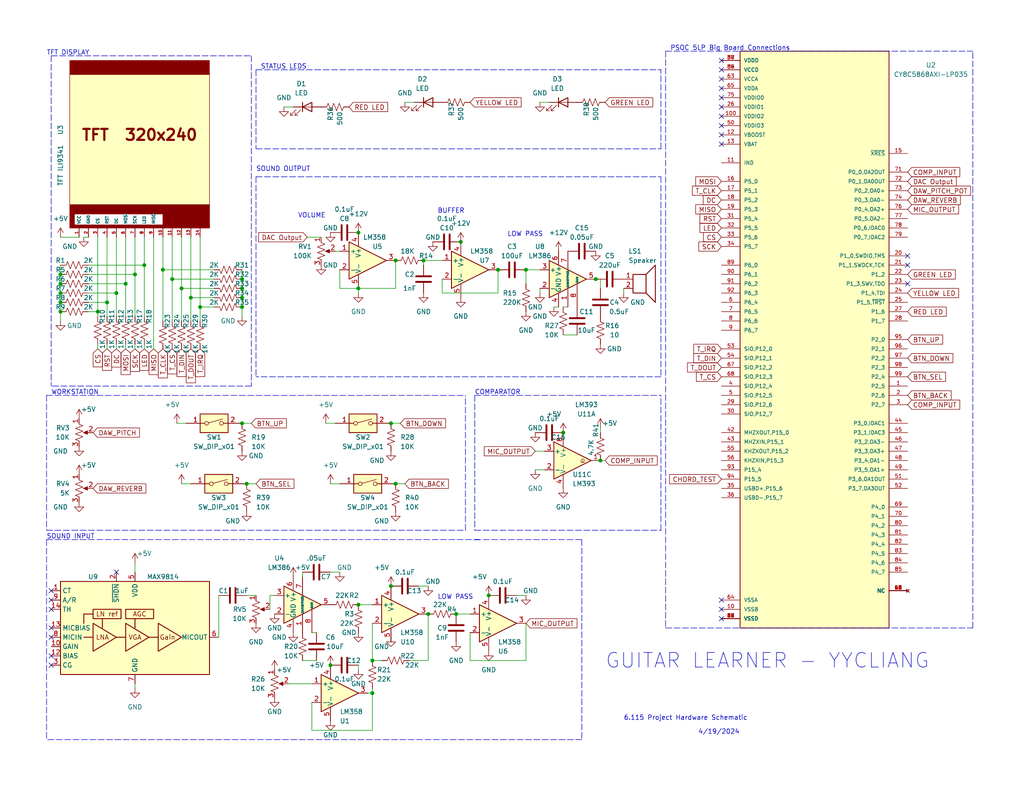
<source format=kicad_sch>
(kicad_sch (version 20211123) (generator eeschema)
  (paper "USLetter")
  (lib_symbols
    (symbol "Amplifier_Audio:LM386" (pin_names (offset 0.127))
      (property "Reference" "U" (at 1.27 7.62 0))
      (property "Value" "LM386" (at 1.27 5.08 0))
      (symbol "LM386_1_1"
        (pin input line (at 0 -7.62 90) (length 5.08) (name "GAIN") (number "1"))
        (pin input line (at -7.62 -2.54 0) (length 2.54) (name "-") (number "2"))
        (pin input line (at -7.62 2.54 0) (length 2.54) (name "+") (number "3"))
        (pin power_in line (at -2.54 -7.62 90) (length 3.81) (name "GND") (number "4"))
        (pin output line (at 7.62 0 180) (length 2.54) (name "~") (number "5"))
        (pin power_in line (at -2.54 7.62 270) (length 3.81) (name "V+") (number "6"))
        (pin input line (at 0 7.62 270) (length 5.08) (name "BYPASS") (number "7"))
        (pin input line (at 2.54 -7.62 90) (length 6.35) (name "GAIN") (number "8"))
      )
    )
    (symbol "Amplifier_Audio:MAX9814"
      (property "Reference" "U" (at -20.32 13.97 0))
      (property "Value" "MAX9814" (at 11.43 13.97 0))
      (symbol "MAX9814_0_0"
        (text "AGC" (at 1.27 3.81 0) (effects (font (size 1.27 1.27))))
        (text "Gain" (at 8.89 -2.54 0) (effects (font (size 1.27 1.27))))
        (text "LN ref" (at -7.62 3.81 0) (effects (font (size 1.27 1.27))))
        (text "LNA" (at -8.89 -2.54 0) (effects (font (size 1.27 1.27))))
        (text "VGA" (at 0 -2.54 0) (effects (font (size 1.27 1.27))))
      )
      (symbol "MAX9814_1_1"
        (pin input line (at -22.86 10.16 0) (length 2.54) (name "CT") (number "1"))
        (pin input line (at -22.86 -5.08 0) (length 2.54) (name "GAIN") (number "10"))
        (pin passive line (at 0 -15.24 90) (length 2.54) hide (name "GND") (number "11"))
        (pin passive line (at -22.86 -7.62 0) (length 2.54) (name "BIAS") (number "12"))
        (pin output line (at -22.86 0 0) (length 2.54) (name "MICBIAS") (number "13"))
        (pin input line (at -22.86 5.08 0) (length 2.54) (name "TH") (number "14"))
        (pin passive line (at 0 -15.24 90) (length 2.54) hide (name "GND") (number "15"))
        (pin input line (at -5.08 15.24 270) (length 2.54) (name "~{SHDN}") (number "2"))
        (pin passive line (at -22.86 -10.16 0) (length 2.54) (name "CG") (number "3"))
        (pin passive line (at 0 -15.24 90) (length 2.54) hide (name "GND") (number "4"))
        (pin power_in line (at 0 15.24 270) (length 2.54) (name "VDD") (number "5"))
        (pin output line (at 22.86 -2.54 180) (length 2.54) (name "MICOUT") (number "6"))
        (pin power_in line (at 0 -15.24 90) (length 2.54) (name "GND") (number "7"))
        (pin input line (at -22.86 -2.54 0) (length 2.54) (name "MICIN") (number "8"))
        (pin input line (at -22.86 7.62 0) (length 2.54) (name "A/R") (number "9"))
      )
    )
    (symbol "Comparator:LM393" (pin_names (offset 0.127))
      (property "Reference" "U" (at 3.81 3.81 0))
      (property "Value" "LM393" (at 6.35 -3.81 0))
      (symbol "LM393_1_1"
        (pin open_collector line (at 7.62 0 180) (length 2.54) (name "~") (number "1"))
        (pin input line (at -7.62 -2.54 0) (length 2.54) (name "-") (number "2"))
        (pin input line (at -7.62 2.54 0) (length 2.54) (name "+") (number "3"))
      )
      (symbol "LM393_2_1"
        (pin input line (at -7.62 2.54 0) (length 2.54) (name "+") (number "5"))
        (pin input line (at -7.62 -2.54 0) (length 2.54) (name "_") (number "6"))
        (pin open_collector line (at 7.62 0 180) (length 2.54) (name "~") (number "7"))
      )
      (symbol "LM393_3_1"
        (pin power_in line (at -2.54 -7.62 90) (length 3.81) (name "V-") (number "4"))
        (pin power_in line (at -2.54 7.62 270) (length 3.81) (name "V+") (number "8"))
      )
    )
    (symbol "Device:C" (pin_numbers hide) (pin_names (offset 0.254))
      (property "Reference" "C" (at 0.635 2.54 0))
      (property "Value" "C" (at 0.635 -2.54 0))
      (symbol "C_1_1"
        (pin passive line (at 0 3.81 270) (length 2.794) (name "~") (number "1"))
        (pin passive line (at 0 -3.81 90) (length 2.794) (name "~") (number "2"))
      )
    )
    (symbol "Device:LED" (pin_numbers hide) (pin_names (offset 1.016) hide)
      (property "Reference" "D" (at 0 2.54 0))
      (property "Value" "LED" (at 0 -2.54 0))
      (symbol "LED_1_1"
        (pin passive line (at -3.81 0 0) (length 2.54) (name "K") (number "1"))
        (pin passive line (at 3.81 0 180) (length 2.54) (name "A") (number "2"))
      )
    )
    (symbol "Device:R_Potentiometer_US" (pin_names (offset 1.016) hide)
      (property "Reference" "RV" (at -4.445 0 90))
      (property "Value" "R_Potentiometer_US" (at -2.54 0 90))
      (symbol "R_Potentiometer_US_1_1"
        (pin passive line (at 0 3.81 270) (length 1.27) (name "1") (number "1"))
        (pin passive line (at 3.81 0 180) (length 1.27) (name "2") (number "2"))
        (pin passive line (at 0 -3.81 90) (length 1.27) (name "3") (number "3"))
      )
    )
    (symbol "Device:R_US" (pin_numbers hide) (pin_names (offset 0))
      (property "Reference" "R" (at 2.54 0 90))
      (property "Value" "R_US" (at -2.54 0 90))
      (symbol "R_US_1_1"
        (pin passive line (at 0 3.81 270) (length 1.27) (name "~") (number "1"))
        (pin passive line (at 0 -3.81 90) (length 1.27) (name "~") (number "2"))
      )
    )
    (symbol "Device:Speaker" (pin_names (offset 0) hide)
      (property "Reference" "LS" (at 1.27 5.715 0))
      (property "Value" "Speaker" (at 1.27 3.81 0))
      (symbol "Speaker_1_1"
        (pin input line (at -5.08 0 0) (length 2.54) (name "1") (number "1"))
        (pin input line (at -5.08 -2.54 0) (length 2.54) (name "2") (number "2"))
      )
    )
    (symbol "PSOC_5LP:CY8C5868AXI-LP035" (pin_names (offset 1.016))
      (property "Reference" "U" (at -20.32 80.01 0))
      (property "Value" "CY8C5868AXI-LP035" (at -20.32 -81.28 0))
      (symbol "CY8C5868AXI-LP035_0_0"
        (pin bidirectional line (at -25.4 -12.7 0) (length 5.08) (name "P2_5") (number "1"))
        (pin power_in line (at 25.4 -73.66 180) (length 5.08) (name "VSSB") (number "10"))
        (pin power_in line (at 25.4 60.96 180) (length 5.08) (name "VDDIO2") (number "100"))
        (pin passive line (at 25.4 48.26 180) (length 5.08) (name "IND") (number "11"))
        (pin power_in line (at 25.4 55.88 180) (length 5.08) (name "VBOOST") (number "12"))
        (pin power_in line (at 25.4 53.34 180) (length 5.08) (name "VBAT") (number "13"))
        (pin power_in line (at 25.4 -76.2 180) (length 5.08) (name "VSSD") (number "14"))
        (pin input line (at -25.4 50.8 0) (length 5.08) (name "~{XRES}") (number "15"))
        (pin bidirectional line (at 25.4 43.18 180) (length 5.08) (name "P5_0") (number "16"))
        (pin bidirectional line (at 25.4 40.64 180) (length 5.08) (name "P5_1") (number "17"))
        (pin bidirectional line (at 25.4 38.1 180) (length 5.08) (name "P5_2") (number "18"))
        (pin bidirectional line (at 25.4 35.56 180) (length 5.08) (name "P5_3") (number "19"))
        (pin bidirectional line (at -25.4 -15.24 0) (length 5.08) (name "P2_6") (number "2"))
        (pin bidirectional line (at -25.4 22.86 0) (length 5.08) (name "P1_0,SWDIO,TMS") (number "20"))
        (pin bidirectional line (at -25.4 20.32 0) (length 5.08) (name "P1_1,SWDCK,TCK") (number "21"))
        (pin bidirectional line (at -25.4 17.78 0) (length 5.08) (name "P1_2") (number "22"))
        (pin bidirectional line (at -25.4 15.24 0) (length 5.08) (name "P1_3,SWV,TDO") (number "23"))
        (pin bidirectional line (at -25.4 12.7 0) (length 5.08) (name "P1_4,TDI") (number "24"))
        (pin bidirectional line (at -25.4 10.16 0) (length 5.08) (name "P1_5,~{TRST}") (number "25"))
        (pin power_in line (at 25.4 63.5 180) (length 5.08) (name "VDDIO1") (number "26"))
        (pin bidirectional line (at -25.4 7.62 0) (length 5.08) (name "P1_6") (number "27"))
        (pin bidirectional line (at -25.4 5.08 0) (length 5.08) (name "P1_7") (number "28"))
        (pin bidirectional line (at 25.4 -17.78 180) (length 5.08) (name "SIO,P12_6") (number "29"))
        (pin bidirectional line (at -25.4 -17.78 0) (length 5.08) (name "P2_7") (number "3"))
        (pin bidirectional line (at 25.4 -20.32 180) (length 5.08) (name "SIO,P12_7") (number "30"))
        (pin bidirectional line (at 25.4 33.02 180) (length 5.08) (name "P5_4") (number "31"))
        (pin bidirectional line (at 25.4 30.48 180) (length 5.08) (name "P5_5") (number "32"))
        (pin bidirectional line (at 25.4 27.94 180) (length 5.08) (name "P5_6") (number "33"))
        (pin bidirectional line (at 25.4 25.4 180) (length 5.08) (name "P5_7") (number "34"))
        (pin bidirectional line (at 25.4 -40.64 180) (length 5.08) (name "USBD+,P15_6") (number "35"))
        (pin bidirectional line (at 25.4 -43.18 180) (length 5.08) (name "USBD-,P15_7") (number "36"))
        (pin power_in line (at 25.4 76.2 180) (length 5.08) (name "VDDD") (number "37"))
        (pin power_in line (at 25.4 -76.2 180) (length 5.08) (name "VSSD") (number "38"))
        (pin power_in line (at 25.4 73.66 180) (length 5.08) (name "VCCD") (number "39"))
        (pin bidirectional line (at 25.4 -12.7 180) (length 5.08) (name "SIO,P12_4") (number "4"))
        (pin no_connect line (at -25.4 -68.58 0) (length 5.08) (name "NC") (number "40"))
        (pin no_connect line (at -25.4 -68.58 0) (length 5.08) (name "NC") (number "41"))
        (pin bidirectional line (at 25.4 -25.4 180) (length 5.08) (name "MHZXOUT,P15_0") (number "42"))
        (pin bidirectional line (at 25.4 -27.94 180) (length 5.08) (name "MHZXIN,P15_1") (number "43"))
        (pin bidirectional line (at -25.4 -22.86 0) (length 5.08) (name "P3_0,IDAC1") (number "44"))
        (pin bidirectional line (at -25.4 -25.4 0) (length 5.08) (name "P3_1,IDAC3") (number "45"))
        (pin bidirectional line (at -25.4 -27.94 0) (length 5.08) (name "P3_2,OA3-") (number "46"))
        (pin bidirectional line (at -25.4 -30.48 0) (length 5.08) (name "P3_3,OA3+") (number "47"))
        (pin bidirectional line (at -25.4 -33.02 0) (length 5.08) (name "P3_4,OA1-") (number "48"))
        (pin bidirectional line (at -25.4 -35.56 0) (length 5.08) (name "P3_5,OA1+") (number "49"))
        (pin bidirectional line (at 25.4 -15.24 180) (length 5.08) (name "SIO,P12_5") (number "5"))
        (pin power_in line (at 25.4 58.42 180) (length 5.08) (name "VDDIO3") (number "50"))
        (pin bidirectional line (at -25.4 -38.1 0) (length 5.08) (name "P3_6,OA1OUT") (number "51"))
        (pin bidirectional line (at -25.4 -40.64 0) (length 5.08) (name "P3_7,OA3OUT") (number "52"))
        (pin bidirectional line (at 25.4 -2.54 180) (length 5.08) (name "SIO,P12_0") (number "53"))
        (pin bidirectional line (at 25.4 -5.08 180) (length 5.08) (name "SIO,P12_1") (number "54"))
        (pin bidirectional line (at 25.4 -30.48 180) (length 5.08) (name "KHZXOUT,P15_2") (number "55"))
        (pin bidirectional line (at 25.4 -33.02 180) (length 5.08) (name "KHZXIN,P15_3") (number "56"))
        (pin no_connect line (at -25.4 -68.58 0) (length 5.08) (name "NC") (number "57"))
        (pin no_connect line (at -25.4 -68.58 0) (length 5.08) (name "NC") (number "58"))
        (pin no_connect line (at -25.4 -68.58 0) (length 5.08) (name "NC") (number "59"))
        (pin bidirectional line (at 25.4 10.16 180) (length 5.08) (name "P6_4") (number "6"))
        (pin no_connect line (at -25.4 -68.58 0) (length 5.08) (name "NC") (number "60"))
        (pin no_connect line (at -25.4 -68.58 0) (length 5.08) (name "NC") (number "61"))
        (pin no_connect line (at -25.4 -68.58 0) (length 5.08) (name "NC") (number "62"))
        (pin power_in line (at 25.4 71.12 180) (length 5.08) (name "VCCA") (number "63"))
        (pin power_in line (at 25.4 -71.12 180) (length 5.08) (name "VSSA") (number "64"))
        (pin power_in line (at 25.4 68.58 180) (length 5.08) (name "VDDA") (number "65"))
        (pin power_in line (at 25.4 -76.2 180) (length 5.08) (name "VSSD") (number "66"))
        (pin bidirectional line (at 25.4 -7.62 180) (length 5.08) (name "SIO,P12_2") (number "67"))
        (pin bidirectional line (at 25.4 -10.16 180) (length 5.08) (name "SIO,P12_3") (number "68"))
        (pin bidirectional line (at -25.4 -45.72 0) (length 5.08) (name "P4_0") (number "69"))
        (pin bidirectional line (at 25.4 7.62 180) (length 5.08) (name "P6_5") (number "7"))
        (pin bidirectional line (at -25.4 -48.26 0) (length 5.08) (name "P4_1") (number "70"))
        (pin bidirectional line (at -25.4 45.72 0) (length 5.08) (name "P0_0,OA2OUT") (number "71"))
        (pin bidirectional line (at -25.4 43.18 0) (length 5.08) (name "P0_1,OA0OUT") (number "72"))
        (pin bidirectional line (at -25.4 40.64 0) (length 5.08) (name "P0_2,OA0+") (number "73"))
        (pin bidirectional line (at -25.4 38.1 0) (length 5.08) (name "P0_3,OA0-") (number "74"))
        (pin power_in line (at 25.4 66.04 180) (length 5.08) (name "VDDIO0") (number "75"))
        (pin bidirectional line (at -25.4 35.56 0) (length 5.08) (name "P0_4,OA2+") (number "76"))
        (pin bidirectional line (at -25.4 33.02 0) (length 5.08) (name "P0_5,OA2-") (number "77"))
        (pin bidirectional line (at -25.4 30.48 0) (length 5.08) (name "P0_6,IDAC0") (number "78"))
        (pin bidirectional line (at -25.4 27.94 0) (length 5.08) (name "P0_7,IDAC2") (number "79"))
        (pin bidirectional line (at 25.4 5.08 180) (length 5.08) (name "P6_6") (number "8"))
        (pin bidirectional line (at -25.4 -50.8 0) (length 5.08) (name "P4_2") (number "80"))
        (pin bidirectional line (at -25.4 -53.34 0) (length 5.08) (name "P4_3") (number "81"))
        (pin bidirectional line (at -25.4 -55.88 0) (length 5.08) (name "P4_4") (number "82"))
        (pin bidirectional line (at -25.4 -58.42 0) (length 5.08) (name "P4_5") (number "83"))
        (pin bidirectional line (at -25.4 -60.96 0) (length 5.08) (name "P4_6") (number "84"))
        (pin bidirectional line (at -25.4 -63.5 0) (length 5.08) (name "P4_7") (number "85"))
        (pin power_in line (at 25.4 73.66 180) (length 5.08) (name "VCCD") (number "86"))
        (pin power_in line (at 25.4 -76.2 180) (length 5.08) (name "VSSD") (number "87"))
        (pin power_in line (at 25.4 76.2 180) (length 5.08) (name "VDDD") (number "88"))
        (pin bidirectional line (at 25.4 20.32 180) (length 5.08) (name "P6_0") (number "89"))
        (pin bidirectional line (at 25.4 2.54 180) (length 5.08) (name "P6_7") (number "9"))
        (pin bidirectional line (at 25.4 17.78 180) (length 5.08) (name "P6_1") (number "90"))
        (pin bidirectional line (at 25.4 15.24 180) (length 5.08) (name "P6_2") (number "91"))
        (pin bidirectional line (at 25.4 12.7 180) (length 5.08) (name "P6_3") (number "92"))
        (pin bidirectional line (at 25.4 -35.56 180) (length 5.08) (name "P15_4") (number "93"))
        (pin bidirectional line (at 25.4 -38.1 180) (length 5.08) (name "P15_5") (number "94"))
        (pin bidirectional line (at -25.4 0 0) (length 5.08) (name "P2_0") (number "95"))
        (pin bidirectional line (at -25.4 -2.54 0) (length 5.08) (name "P2_1") (number "96"))
        (pin bidirectional line (at -25.4 -5.08 0) (length 5.08) (name "P2_2") (number "97"))
        (pin bidirectional line (at -25.4 -7.62 0) (length 5.08) (name "P2_3") (number "98"))
        (pin bidirectional line (at -25.4 -10.16 0) (length 5.08) (name "P2_4") (number "99"))
      )
    )
    (symbol "Switch:SW_DIP_x01" (pin_names (offset 0) hide)
      (property "Reference" "SW" (at 0 3.81 0))
      (property "Value" "SW_DIP_x01" (at 0 -3.81 0))
      (symbol "SW_DIP_x01_1_1"
        (pin passive line (at -7.62 0 0) (length 5.08) (name "~") (number "1"))
        (pin passive line (at 7.62 0 180) (length 5.08) (name "~") (number "2"))
      )
    )
    (symbol "power:+12V" (power) (pin_names (offset 0))
      (property "Value" "+12V" (at 0 3.556 0))
      (symbol "+12V_1_1"
        (pin power_in line (at 0 0 90) (length 0) hide (name "+12V") (number "1"))
      )
    )
    (symbol "power:+5V" (power) (pin_names (offset 0))
      (property "Value" "+5V" (at 0 3.556 0))
      (symbol "+5V_1_1"
        (pin power_in line (at 0 0 90) (length 0) hide (name "+5V") (number "1"))
      )
    )
    (symbol "power:GND" (power) (pin_names (offset 0))
      (property "Value" "GND" (at 0 -3.81 0))
      (symbol "GND_1_1"
        (pin power_in line (at 0 0 270) (length 0) hide (name "GND") (number "1"))
      )
    )
    (symbol "pspice:OPAMP" (pin_names (offset 0.254))
      (property "Reference" "U" (at 3.81 3.175 0))
      (property "Value" "OPAMP" (at 3.81 -3.175 0))
      (symbol "OPAMP_1_1"
        (pin input line (at -7.62 2.54 0) (length 2.54) (name "+") (number "1"))
        (pin input line (at -7.62 -2.54 0) (length 2.54) (name "-") (number "2"))
        (pin output line (at 7.62 0 180) (length 2.54) (name "~") (number "3"))
        (pin power_in line (at -2.54 7.62 270) (length 3.81) (name "V+") (number "4"))
        (pin power_in line (at -2.54 -7.62 90) (length 3.81) (name "V-") (number "5"))
      )
    )
    (symbol "tft_320x240:TFT_320x240" (pin_names (offset 1.016))
      (property "Reference" "U?" (at 20.32 25.4001 0))
      (property "Value" "TFT_320x240" (at 20.32 22.8601 0))
      (property "Footprint" "z_Devices:TFT-320x240" (at 20.32 20.3201 0))
      (symbol "TFT_320x240_0_0"
        (text "TFT  320x240" (at 0 25.4 0) (effects (font (size 2.9972 2.9972) bold)))
      )
      (symbol "TFT_320x240_1_1"
        (pin power_in line (at -16.51 -2.54 90) (length 2.54) (name "VCC") (number "1"))
        (pin bidirectional line (at 6.35 -2.54 90) (length 2.54) (name "~") (number "10"))
        (pin bidirectional line (at 8.89 -2.54 90) (length 2.54) (name "~") (number "11"))
        (pin bidirectional line (at 11.43 -2.54 90) (length 2.54) (name "~") (number "12"))
        (pin bidirectional line (at 13.97 -2.54 90) (length 2.54) (name "~") (number "13"))
        (pin bidirectional line (at 16.51 -2.54 90) (length 2.54) (name "~") (number "14"))
        (pin bidirectional line (at -13.97 -2.54 90) (length 2.54) (name "GND") (number "2"))
        (pin bidirectional line (at -11.43 -2.54 90) (length 2.54) (name "CS") (number "3"))
        (pin bidirectional line (at -8.89 -2.54 90) (length 2.54) (name "RST") (number "4"))
        (pin bidirectional line (at -6.35 -2.54 90) (length 2.54) (name "DC") (number "5"))
        (pin bidirectional line (at -3.81 -2.54 90) (length 2.54) (name "MOSI") (number "6"))
        (pin bidirectional line (at -1.27 -2.54 90) (length 2.54) (name "SCK") (number "7"))
        (pin power_in line (at 1.27 -2.54 90) (length 2.54) (name "LED") (number "8"))
        (pin bidirectional line (at 3.81 -2.54 90) (length 2.54) (name "MISO") (number "9"))
      )
    )
  )
  (junction (at 135.89 73.66))
  (junction (at 16.51 82.55))
  (junction (at 52.07 81.28))
  (junction (at 16.51 77.47))
  (junction (at 66.04 78.74))
  (junction (at 125.73 66.04))
  (junction (at 97.79 165.1))
  (junction (at 34.29 77.47))
  (junction (at 54.61 83.82))
  (junction (at 106.68 160.02))
  (junction (at 16.51 80.01))
  (junction (at 124.46 167.64))
  (junction (at 101.6 189.23))
  (junction (at 49.53 78.74))
  (junction (at 46.99 76.2))
  (junction (at 36.83 74.93))
  (junction (at 66.04 81.28))
  (junction (at 143.51 73.66))
  (junction (at 39.37 72.39))
  (junction (at 66.04 83.82))
  (junction (at 31.75 80.01))
  (junction (at 115.57 71.12))
  (junction (at 163.83 125.73))
  (junction (at 153.67 118.11))
  (junction (at 162.56 76.2))
  (junction (at 97.79 78.74))
  (junction (at 16.51 85.09))
  (junction (at 66.04 115.57))
  (junction (at 107.95 71.12))
  (junction (at 90.17 181.61))
  (junction (at 97.79 63.5))
  (junction (at 116.84 167.64))
  (junction (at 106.68 115.57))
  (junction (at 107.95 132.08))
  (junction (at 101.6 180.34))
  (junction (at 133.35 162.56))
  (junction (at 44.45 73.66))
  (junction (at 67.31 132.08))
  (junction (at 29.21 82.55))
  (junction (at 26.67 85.09))
  (junction (at 16.51 74.93))
  (junction (at 66.04 76.2))
  (no_connect (at 196.85 29.21))
  (no_connect (at 247.65 72.39))
  (no_connect (at 196.85 26.67))
  (no_connect (at 196.85 39.37))
  (no_connect (at 196.85 19.05))
  (no_connect (at 196.85 16.51))
  (no_connect (at 196.85 36.83))
  (no_connect (at 31.75 156.21))
  (no_connect (at 196.85 163.83))
  (no_connect (at 196.85 168.91))
  (no_connect (at 247.65 77.47))
  (no_connect (at 196.85 166.37))
  (no_connect (at 196.85 21.59))
  (no_connect (at 196.85 24.13))
  (no_connect (at 247.65 69.85))
  (no_connect (at 196.85 34.29))
  (no_connect (at 196.85 31.75))
  (no_connect (at 13.97 161.29))
  (no_connect (at 13.97 181.61))
  (no_connect (at 13.97 163.83))
  (no_connect (at 13.97 166.37))
  (no_connect (at 13.97 171.45))
  (no_connect (at 13.97 173.99))
  (no_connect (at 13.97 179.07))
  (wire (pts (xy 66.04 73.66) (xy 66.04 76.2)))
  (wire (pts (xy 29.21 64.77) (xy 29.21 82.55)))
  (wire (pts (xy 31.75 95.25) (xy 31.75 93.98)))
  (wire (pts (xy 163.83 78.74) (xy 163.83 76.2)))
  (wire (pts (xy 68.58 115.57) (xy 66.04 115.57)))
  (wire (pts (xy 78.74 186.69) (xy 85.09 186.69)))
  (wire (pts (xy 31.75 86.36) (xy 31.75 80.01)))
  (wire (pts (xy 16.51 64.77) (xy 21.59 64.77)))
  (wire (pts (xy 54.61 64.77) (xy 54.61 83.82)))
  (wire (pts (xy 101.6 189.23) (xy 100.33 189.23)))
  (wire (pts (xy 101.6 180.34) (xy 104.14 180.34)))
  (polyline (pts (xy 68.58 15.24) (xy 68.58 105.41)))
  (polyline (pts (xy 130.81 147.32) (xy 129.54 147.32)))
  (wire (pts (xy 92.71 78.74) (xy 97.79 78.74)))
  (wire (pts (xy 77.47 29.21) (xy 80.01 29.21)))
  (wire (pts (xy 16.51 85.09) (xy 16.51 87.63)))
  (polyline (pts (xy 69.85 48.26) (xy 180.34 48.26)))
  (wire (pts (xy 39.37 72.39) (xy 24.13 72.39)))
  (wire (pts (xy 143.51 77.47) (xy 143.51 73.66)))
  (wire (pts (xy 85.09 191.77) (xy 85.09 199.39)))
  (wire (pts (xy 116.84 180.34) (xy 116.84 167.64)))
  (wire (pts (xy 143.51 162.56) (xy 140.97 162.56)))
  (wire (pts (xy 46.99 76.2) (xy 46.99 87.63)))
  (polyline (pts (xy 12.7 147.32) (xy 130.81 147.32)))
  (polyline (pts (xy 12.7 144.78) (xy 127 144.78)))
  (wire (pts (xy 29.21 95.25) (xy 29.21 93.98)))
  (wire (pts (xy 101.6 170.18) (xy 101.6 180.34)))
  (wire (pts (xy 101.6 187.96) (xy 101.6 189.23)))
  (wire (pts (xy 26.67 85.09) (xy 24.13 85.09)))
  (wire (pts (xy 120.65 80.01) (xy 135.89 80.01)))
  (wire (pts (xy 66.04 83.82) (xy 66.04 86.36)))
  (wire (pts (xy 163.83 116.84) (xy 163.83 118.11)))
  (wire (pts (xy 34.29 64.77) (xy 34.29 77.47)))
  (wire (pts (xy 41.91 64.77) (xy 41.91 95.25)))
  (wire (pts (xy 44.45 73.66) (xy 58.42 73.66)))
  (polyline (pts (xy 69.85 48.26) (xy 69.85 102.87)))
  (wire (pts (xy 48.26 115.57) (xy 50.8 115.57)))
  (wire (pts (xy 101.6 199.39) (xy 101.6 189.23)))
  (polyline (pts (xy 13.97 15.24) (xy 13.97 105.41)))
  (polyline (pts (xy 158.75 201.93) (xy 12.7 201.93)))
  (wire (pts (xy 39.37 95.25) (xy 39.37 93.98)))
  (wire (pts (xy 170.18 80.01) (xy 170.18 78.74)))
  (wire (pts (xy 91.44 68.58) (xy 92.71 68.58)))
  (wire (pts (xy 16.51 77.47) (xy 16.51 80.01)))
  (polyline (pts (xy 181.61 13.97) (xy 265.43 13.97)))
  (wire (pts (xy 46.99 76.2) (xy 58.42 76.2)))
  (wire (pts (xy 31.75 80.01) (xy 24.13 80.01)))
  (wire (pts (xy 29.21 86.36) (xy 29.21 82.55)))
  (wire (pts (xy 97.79 78.74) (xy 107.95 78.74)))
  (polyline (pts (xy 265.43 171.45) (xy 265.43 13.97)))
  (wire (pts (xy 67.31 132.08) (xy 69.85 132.08)))
  (polyline (pts (xy 129.54 147.32) (xy 158.75 147.32)))
  (wire (pts (xy 52.07 81.28) (xy 58.42 81.28)))
  (wire (pts (xy 107.95 132.08) (xy 110.49 132.08)))
  (polyline (pts (xy 181.61 171.45) (xy 265.43 171.45)))
  (wire (pts (xy 163.83 76.2) (xy 162.56 76.2)))
  (wire (pts (xy 36.83 153.67) (xy 36.83 156.21)))
  (polyline (pts (xy 158.75 147.32) (xy 158.75 170.18)))
  (wire (pts (xy 54.61 83.82) (xy 58.42 83.82)))
  (wire (pts (xy 82.55 156.21) (xy 82.55 157.48)))
  (wire (pts (xy 116.84 180.34) (xy 111.76 180.34)))
  (polyline (pts (xy 12.7 147.32) (xy 12.7 201.93)))
  (wire (pts (xy 49.53 78.74) (xy 49.53 87.63)))
  (wire (pts (xy 16.51 74.93) (xy 16.51 77.47)))
  (wire (pts (xy 147.32 78.74) (xy 147.32 80.01)))
  (wire (pts (xy 147.32 27.94) (xy 149.86 27.94)))
  (polyline (pts (xy 180.34 102.87) (xy 69.85 102.87)))
  (wire (pts (xy 16.51 80.01) (xy 16.51 82.55)))
  (wire (pts (xy 120.65 76.2) (xy 120.65 80.01)))
  (wire (pts (xy 73.66 162.56) (xy 74.93 162.56)))
  (wire (pts (xy 54.61 83.82) (xy 54.61 87.63)))
  (wire (pts (xy 39.37 86.36) (xy 39.37 72.39)))
  (wire (pts (xy 39.37 64.77) (xy 39.37 72.39)))
  (wire (pts (xy 128.27 172.72) (xy 128.27 180.34)))
  (polyline (pts (xy 180.34 48.26) (xy 180.34 102.87)))
  (wire (pts (xy 115.57 71.12) (xy 120.65 71.12)))
  (wire (pts (xy 97.79 80.01) (xy 97.79 78.74)))
  (wire (pts (xy 67.31 162.56) (xy 69.85 162.56)))
  (wire (pts (xy 106.68 115.57) (xy 109.22 115.57)))
  (wire (pts (xy 34.29 86.36) (xy 34.29 77.47)))
  (wire (pts (xy 29.21 82.55) (xy 24.13 82.55)))
  (wire (pts (xy 31.75 64.77) (xy 31.75 80.01)))
  (polyline (pts (xy 127 144.78) (xy 127 107.95)))
  (polyline (pts (xy 69.85 40.64) (xy 180.34 40.64)))
  (wire (pts (xy 52.07 81.28) (xy 52.07 87.63)))
  (wire (pts (xy 106.68 173.99) (xy 106.68 175.26)))
  (wire (pts (xy 26.67 64.77) (xy 26.67 85.09)))
  (wire (pts (xy 26.67 95.25) (xy 26.67 93.98)))
  (wire (pts (xy 36.83 74.93) (xy 24.13 74.93)))
  (wire (pts (xy 16.51 72.39) (xy 16.51 74.93)))
  (wire (pts (xy 151.13 83.82) (xy 152.4 83.82)))
  (wire (pts (xy 153.67 91.44) (xy 157.48 91.44)))
  (polyline (pts (xy 12.7 107.95) (xy 127 107.95)))
  (wire (pts (xy 83.82 64.77) (xy 87.63 64.77)))
  (wire (pts (xy 143.51 73.66) (xy 147.32 73.66)))
  (wire (pts (xy 143.51 180.34) (xy 143.51 170.18)))
  (wire (pts (xy 88.9 115.57) (xy 91.44 115.57)))
  (wire (pts (xy 90.17 132.08) (xy 92.71 132.08)))
  (wire (pts (xy 148.59 128.27) (xy 146.05 128.27)))
  (polyline (pts (xy 13.97 15.24) (xy 68.58 15.24)))
  (wire (pts (xy 49.53 64.77) (xy 49.53 78.74)))
  (wire (pts (xy 44.45 73.66) (xy 44.45 87.63)))
  (wire (pts (xy 49.53 132.08) (xy 52.07 132.08)))
  (polyline (pts (xy 129.54 107.95) (xy 129.54 144.78)))
  (wire (pts (xy 97.79 181.61) (xy 97.79 182.88)))
  (polyline (pts (xy 12.7 107.95) (xy 12.7 144.78)))
  (wire (pts (xy 97.79 165.1) (xy 101.6 165.1)))
  (wire (pts (xy 135.89 80.01) (xy 135.89 73.66)))
  (wire (pts (xy 66.04 76.2) (xy 66.04 78.74)))
  (wire (pts (xy 66.04 78.74) (xy 66.04 81.28)))
  (polyline (pts (xy 180.34 144.78) (xy 180.34 107.95)))
  (wire (pts (xy 36.83 86.36) (xy 36.83 74.93)))
  (wire (pts (xy 92.71 156.21) (xy 90.17 156.21)))
  (wire (pts (xy 36.83 64.77) (xy 36.83 74.93)))
  (polyline (pts (xy 181.61 13.97) (xy 181.61 171.45)))
  (wire (pts (xy 59.69 162.56) (xy 59.69 173.99)))
  (wire (pts (xy 16.51 82.55) (xy 16.51 85.09)))
  (wire (pts (xy 82.55 180.34) (xy 86.36 180.34)))
  (wire (pts (xy 36.83 95.25) (xy 36.83 93.98)))
  (wire (pts (xy 128.27 180.34) (xy 143.51 180.34)))
  (wire (pts (xy 110.49 27.94) (xy 113.03 27.94)))
  (wire (pts (xy 46.99 64.77) (xy 46.99 76.2)))
  (wire (pts (xy 165.1 125.73) (xy 163.83 125.73)))
  (wire (pts (xy 49.53 78.74) (xy 58.42 78.74)))
  (wire (pts (xy 124.46 167.64) (xy 128.27 167.64)))
  (wire (pts (xy 116.84 160.02) (xy 114.3 160.02)))
  (wire (pts (xy 22.86 64.77) (xy 24.13 64.77)))
  (polyline (pts (xy 129.54 107.95) (xy 180.34 107.95)))
  (polyline (pts (xy 69.85 19.05) (xy 69.85 40.64)))
  (polyline (pts (xy 68.58 105.41) (xy 13.97 105.41)))
  (wire (pts (xy 86.36 172.72) (xy 85.09 172.72)))
  (polyline (pts (xy 129.54 144.78) (xy 180.34 144.78)))
  (polyline (pts (xy 158.75 170.18) (xy 158.75 201.93)))
  (polyline (pts (xy 69.85 19.05) (xy 180.34 19.05)))
  (wire (pts (xy 34.29 77.47) (xy 24.13 77.47)))
  (wire (pts (xy 153.67 83.82) (xy 154.94 83.82)))
  (wire (pts (xy 26.67 86.36) (xy 26.67 85.09)))
  (polyline (pts (xy 158.75 170.18) (xy 158.75 170.18)))
  (wire (pts (xy 85.09 199.39) (xy 101.6 199.39)))
  (wire (pts (xy 66.04 81.28) (xy 66.04 83.82)))
  (wire (pts (xy 115.57 72.39) (xy 115.57 71.12)))
  (wire (pts (xy 92.71 73.66) (xy 92.71 78.74)))
  (wire (pts (xy 36.83 186.69) (xy 36.83 187.96)))
  (wire (pts (xy 73.66 166.37) (xy 73.66 162.56)))
  (wire (pts (xy 52.07 64.77) (xy 52.07 81.28)))
  (wire (pts (xy 34.29 95.25) (xy 34.29 93.98)))
  (polyline (pts (xy 180.34 40.64) (xy 180.34 19.05)))
  (wire (pts (xy 146.05 123.19) (xy 148.59 123.19)))
  (wire (pts (xy 44.45 64.77) (xy 44.45 73.66)))
  (wire (pts (xy 107.95 78.74) (xy 107.95 71.12)))
  (text "LOW PASS\n" (at 119.38 163.83 0) (effects (font (size 1.27 1.27)) (justify left bottom)))
  (text "LOW PASS\n" (at 138.43 64.77 0) (effects (font (size 1.27 1.27)) (justify left bottom)))
  (text "PSOC 5LP Big Board Connections\n" (at 182.88 13.97 0) (effects (font (size 1.27 1.27)) (justify left bottom)))
  (text "VOLUME\n" (at 81.28 59.69 0) (effects (font (size 1.27 1.27)) (justify left bottom)))
  (text "6.115 Project Hardware Schematic" (at 170.18 196.85 0) (effects (font (size 1.27 1.27)) (justify left bottom)))
  (text "SOUND INPUT\n" (at 12.7 147.32 0) (effects (font (size 1.27 1.27)) (justify left bottom)))
  (text "TFT DISPLAY\n" (at 12.7 15.24 0) (effects (font (size 1.27 1.27)) (justify left bottom)))
  (text "STATUS LEDS\n" (at 71.12 19.05 0) (effects (font (size 1.27 1.27)) (justify left bottom)))
  (text "SOUND OUTPUT\n" (at 69.85 46.99 0) (effects (font (size 1.27 1.27)) (justify left bottom)))
  (text "COMPARATOR\n" (at 129.54 107.95 0) (effects (font (size 1.27 1.27)) (justify left bottom)))
  (text "WORKSTATION\n" (at 13.97 107.95 0) (effects (font (size 1.27 1.27)) (justify left bottom)))
  (text "BUFFER\n" (at 119.38 58.42 0) (effects (font (size 1.27 1.27)) (justify left bottom)))
  (text "GUITAR LEARNER - YYCLIANG\n" (at 165.1 182.88 0) (effects (font (size 4 4)) (justify left bottom)))
  (text "4/19/2024" (at 190.5 200.66 0) (effects (font (size 1.27 1.27)) (justify left bottom)))
  (global_label "T_CLK" (shape input) (at 44.45 95.25 270) (property "Intersheet References" "${INTERSHEET_REFS}" (effects hide)))
  (global_label "DAW_REVERB" (shape input) (at 25.4 133.35 0) (property "Intersheet References" "${INTERSHEET_REFS}" (effects hide)))
  (global_label "T_CS" (shape input) (at 46.99 95.25 270) (property "Intersheet References" "${INTERSHEET_REFS}" (effects hide)))
  (global_label "DAW_REVERB" (shape input) (at 247.65 54.61 0) (property "Intersheet References" "${INTERSHEET_REFS}" (effects hide)))
  (global_label "BTN_BACK" (shape input) (at 110.49 132.08 0) (property "Intersheet References" "${INTERSHEET_REFS}" (effects hide)))
  (global_label "DAC Output" (shape input) (at 83.82 64.77 180) (property "Intersheet References" "${INTERSHEET_REFS}" (effects hide)))
  (global_label "RST" (shape input) (at 196.85 59.69 180) (property "Intersheet References" "${INTERSHEET_REFS}" (effects hide)))
  (global_label "BTN_SEL" (shape input) (at 247.65 102.87 0) (property "Intersheet References" "${INTERSHEET_REFS}" (effects hide)))
  (global_label "RED LED" (shape input) (at 95.25 29.21 0) (property "Intersheet References" "${INTERSHEET_REFS}" (effects hide)))
  (global_label "BTN_DOWN" (shape input) (at 109.22 115.57 0) (property "Intersheet References" "${INTERSHEET_REFS}" (effects hide)))
  (global_label "BTN_UP" (shape input) (at 68.58 115.57 0) (property "Intersheet References" "${INTERSHEET_REFS}" (effects hide)))
  (global_label "T_CS" (shape input) (at 196.85 102.87 180) (property "Intersheet References" "${INTERSHEET_REFS}" (effects hide)))
  (global_label "T_DOUT" (shape input) (at 196.85 100.33 180) (property "Intersheet References" "${INTERSHEET_REFS}" (effects hide)))
  (global_label "MISO" (shape input) (at 196.85 57.15 180) (property "Intersheet References" "${INTERSHEET_REFS}" (effects hide)))
  (global_label "T_DIN" (shape input) (at 49.53 95.25 270) (property "Intersheet References" "${INTERSHEET_REFS}" (effects hide)))
  (global_label "YELLOW LED" (shape input) (at 128.27 27.94 0) (property "Intersheet References" "${INTERSHEET_REFS}" (effects hide)))
  (global_label "GREEN LED" (shape input) (at 165.1 27.94 0) (property "Intersheet References" "${INTERSHEET_REFS}" (effects hide)))
  (global_label "MIC_OUTPUT" (shape input) (at 247.65 57.15 0) (property "Intersheet References" "${INTERSHEET_REFS}" (effects hide)))
  (global_label "T_DIN" (shape input) (at 196.85 97.79 180) (property "Intersheet References" "${INTERSHEET_REFS}" (effects hide)))
  (global_label "T_IRQ" (shape input) (at 54.61 95.25 270) (property "Intersheet References" "${INTERSHEET_REFS}" (effects hide)))
  (global_label "BTN_DOWN" (shape input) (at 247.65 97.79 0) (property "Intersheet References" "${INTERSHEET_REFS}" (effects hide)))
  (global_label "MIC_OUTPUT" (shape input) (at 146.05 123.19 180) (property "Intersheet References" "${INTERSHEET_REFS}" (effects hide)))
  (global_label "SCK" (shape input) (at 196.85 67.31 180) (property "Intersheet References" "${INTERSHEET_REFS}" (effects hide)))
  (global_label "DC" (shape input) (at 196.85 54.61 180) (property "Intersheet References" "${INTERSHEET_REFS}" (effects hide)))
  (global_label "COMP_INPUT" (shape input) (at 165.1 125.73 0) (property "Intersheet References" "${INTERSHEET_REFS}" (effects hide)))
  (global_label "BTN_UP" (shape input) (at 247.65 92.71 0) (property "Intersheet References" "${INTERSHEET_REFS}" (effects hide)))
  (global_label "GREEN LED" (shape input) (at 247.65 74.93 0) (property "Intersheet References" "${INTERSHEET_REFS}" (effects hide)))
  (global_label "MISO" (shape input) (at 41.91 95.25 270) (property "Intersheet References" "${INTERSHEET_REFS}" (effects hide)))
  (global_label "MOSI" (shape input) (at 34.29 95.25 270) (property "Intersheet References" "${INTERSHEET_REFS}" (effects hide)))
  (global_label "LED" (shape input) (at 196.85 62.23 180) (property "Intersheet References" "${INTERSHEET_REFS}" (effects hide)))
  (global_label "RED LED" (shape input) (at 247.65 85.09 0) (property "Intersheet References" "${INTERSHEET_REFS}" (effects hide)))
  (global_label "T_IRQ" (shape input) (at 196.85 95.25 180) (property "Intersheet References" "${INTERSHEET_REFS}" (effects hide)))
  (global_label "DAW_PITCH_POT" (shape input) (at 247.65 52.07 0) (property "Intersheet References" "${INTERSHEET_REFS}" (effects hide)))
  (global_label "MOSI" (shape input) (at 196.85 49.53 180) (property "Intersheet References" "${INTERSHEET_REFS}" (effects hide)))
  (global_label "RST" (shape input) (at 29.21 95.25 270) (property "Intersheet References" "${INTERSHEET_REFS}" (effects hide)))
  (global_label "T_CLK" (shape input) (at 196.85 52.07 180) (property "Intersheet References" "${INTERSHEET_REFS}" (effects hide)))
  (global_label "CS" (shape input) (at 196.85 64.77 180) (property "Intersheet References" "${INTERSHEET_REFS}" (effects hide)))
  (global_label "DAW_PITCH" (shape input) (at 25.4 118.11 0) (property "Intersheet References" "${INTERSHEET_REFS}" (effects hide)))
  (global_label "SCK" (shape input) (at 36.83 95.25 270) (property "Intersheet References" "${INTERSHEET_REFS}" (effects hide)))
  (global_label "DC" (shape input) (at 31.75 95.25 270) (property "Intersheet References" "${INTERSHEET_REFS}" (effects hide)))
  (global_label "DAC Output" (shape input) (at 247.65 49.53 0) (property "Intersheet References" "${INTERSHEET_REFS}" (effects hide)))
  (global_label "COMP_INPUT" (shape input) (at 247.65 110.49 0) (property "Intersheet References" "${INTERSHEET_REFS}" (effects hide)))
  (global_label "YELLOW LED" (shape input) (at 247.65 80.01 0) (property "Intersheet References" "${INTERSHEET_REFS}" (effects hide)))
  (global_label "CS" (shape input) (at 26.67 95.25 270) (property "Intersheet References" "${INTERSHEET_REFS}" (effects hide)))
  (global_label "BTN_BACK" (shape input) (at 247.65 107.95 0) (property "Intersheet References" "${INTERSHEET_REFS}" (effects hide)))
  (global_label "BTN_SEL" (shape input) (at 69.85 132.08 0) (property "Intersheet References" "${INTERSHEET_REFS}" (effects hide)))
  (global_label "COMP_INPUT" (shape input) (at 247.65 46.99 0) (property "Intersheet References" "${INTERSHEET_REFS}" (effects hide)))
  (global_label "LED" (shape input) (at 39.37 95.25 270) (property "Intersheet References" "${INTERSHEET_REFS}" (effects hide)))
  (global_label "T_DOUT" (shape input) (at 52.07 95.25 270) (property "Intersheet References" "${INTERSHEET_REFS}" (effects hide)))
  (global_label "CHORD_TEST" (shape input) (at 196.85 130.81 180) (property "Intersheet References" "${INTERSHEET_REFS}" (effects hide)))
  (global_label "MIC_OUTPUT" (shape input) (at 143.51 170.18 0) (property "Intersheet References" "${INTERSHEET_REFS}" (effects hide)))
  (symbol (lib_id "power:GND") (at 153.67 133.35 0) (unit 1)
    (property "Reference" "#PWR051" (effects hide))
    (property "Value" "GND" (at 153.67 138.43 0))
  )
  (symbol (lib_id "power:+5V") (at 90.17 181.61 0) (unit 1)
    (property "Reference" "#PWR010" (effects hide))
    (property "Value" "+5V" (at 86.36 181.61 0))
  )
  (symbol (lib_id "Device:R_US") (at 20.32 80.01 270) (unit 1)
    (property "Reference" "R7" (at 16.51 78.74 90))
    (property "Value" "2K" (at 24.13 78.74 90))
  )
  (symbol (lib_id "Amplifier_Audio:LM386") (at 82.55 165.1 0) (unit 1)
    (property "Reference" "U4" (at 76.2 152.4 0))
    (property "Value" "LM386" (at 76.2 154.94 0))
    (property "Datasheet" "http://www.ti.com/lit/ds/symlink/lm386.pdf" (effects hide))
  )
  (symbol (lib_id "Device:R_US") (at 46.99 91.44 180) (unit 1)
    (property "Reference" "R24" (at 48.26 87.63 90))
    (property "Value" "1K" (at 48.26 95.25 90))
  )
  (symbol (lib_id "Device:C") (at 86.36 156.21 270) (unit 1)
    (property "Reference" "C7" (at 88.9 157.48 90))
    (property "Value" ".05uF" (at 86.36 152.4 90))
  )
  (symbol (lib_id "power:+5V") (at 88.9 115.57 0) (unit 1)
    (property "Reference" "#PWR040" (effects hide))
    (property "Value" "+5V" (at 88.9 110.49 0))
  )
  (symbol (lib_id "power:GND") (at 90.17 196.85 0) (unit 1)
    (property "Reference" "#PWR011" (effects hide))
    (property "Value" "GND" (at 90.17 200.66 0))
  )
  (symbol (lib_id "Device:R_US") (at 67.31 135.89 0) (unit 1)
    (property "Reference" "R39" (at 69.85 135.89 0) (effects (justify left)))
    (property "Value" "10K" (at 69.85 138.43 0) (effects (justify left)))
  )
  (symbol (lib_id "Device:R_US") (at 143.51 81.28 0) (unit 1)
    (property "Reference" "R15" (at 137.16 80.01 0) (effects (justify left)))
    (property "Value" "220K" (at 137.16 82.55 0) (effects (justify left)))
  )
  (symbol (lib_id "power:GND") (at 107.95 139.7 0) (unit 1)
    (property "Reference" "#PWR047" (effects hide))
    (property "Value" "GND" (at 104.14 142.24 0))
  )
  (symbol (lib_id "Device:R_US") (at 20.32 82.55 270) (unit 1)
    (property "Reference" "R8" (at 16.51 81.28 90))
    (property "Value" "2K" (at 24.13 81.28 90))
  )
  (symbol (lib_id "pspice:OPAMP") (at 135.89 170.18 0) (unit 1)
    (property "Reference" "U6" (at 135.89 177.8 0) (effects (justify left)))
    (property "Value" "LM358" (at 135.89 175.26 0) (effects (justify left)))
  )
  (symbol (lib_id "power:GND") (at 151.13 83.82 0) (unit 1)
    (property "Reference" "#PWR036" (effects hide))
    (property "Value" "GND" (at 147.32 86.36 0))
  )
  (symbol (lib_id "power:GND") (at 80.01 172.72 0) (unit 1)
    (property "Reference" "#PWR033" (effects hide))
    (property "Value" "GND" (at 76.2 173.99 0))
  )
  (symbol (lib_id "Device:C") (at 63.5 162.56 90) (unit 1)
    (property "Reference" "C1" (at 60.96 161.29 90))
    (property "Value" "1uF" (at 66.04 161.29 90))
  )
  (symbol (lib_id "Device:LED") (at 83.82 29.21 0) (unit 1)
    (property "Reference" "D1" (at 82.2325 22.86 0))
    (property "Value" "LED" (at 82.2325 25.4 0))
  )
  (symbol (lib_id "Device:C") (at 139.7 73.66 270) (unit 1)
    (property "Reference" "C3" (at 139.7 67.31 90))
    (property "Value" "100uF" (at 139.7 69.85 90))
  )
  (symbol (lib_id "Device:C") (at 166.37 76.2 270) (unit 1)
    (property "Reference" "C5" (at 166.37 69.85 90))
    (property "Value" "220uF" (at 166.37 72.39 90))
  )
  (symbol (lib_id "power:GND") (at 77.47 29.21 0) (unit 1)
    (property "Reference" "#PWR043" (effects hide))
    (property "Value" "GND" (at 77.47 26.67 0))
  )
  (symbol (lib_id "Device:R_US") (at 97.79 168.91 0) (unit 1)
    (property "Reference" "R3" (at 93.98 167.64 0) (effects (justify left)))
    (property "Value" "22K" (at 92.71 170.18 0) (effects (justify left)))
  )
  (symbol (lib_id "Device:C") (at 149.86 118.11 270) (unit 1)
    (property "Reference" "C16" (at 152.4 119.38 90))
    (property "Value" "0.1uF" (at 149.86 114.3 90))
  )
  (symbol (lib_id "Device:R_US") (at 54.61 91.44 180) (unit 1)
    (property "Reference" "R30" (at 55.88 87.63 90))
    (property "Value" "1K" (at 55.88 95.25 90))
  )
  (symbol (lib_id "Device:R_US") (at 124.46 27.94 90) (unit 1)
    (property "Reference" "R37" (at 123.19 31.75 0) (effects (justify left)))
    (property "Value" "500" (at 125.73 33.02 0) (effects (justify left)))
  )
  (symbol (lib_id "Switch:SW_DIP_x01") (at 100.33 132.08 0) (unit 1)
    (property "Reference" "SW4" (at 100.33 135.89 0))
    (property "Value" "SW_DIP_x01" (at 100.33 138.43 0))
  )
  (symbol (lib_id "Device:R_US") (at 107.95 180.34 270) (unit 1)
    (property "Reference" "R22" (at 109.22 179.07 90) (effects (justify left)))
    (property "Value" "22K" (at 110.49 181.61 90) (effects (justify left)))
  )
  (symbol (lib_id "power:GND") (at 118.11 66.04 0) (unit 1)
    (property "Reference" "#PWR015" (effects hide))
    (property "Value" "GND" (at 118.11 64.77 0))
  )
  (symbol (lib_id "power:GND") (at 143.51 162.56 0) (unit 1)
    (property "Reference" "#PWR037" (effects hide))
    (property "Value" "GND" (at 144.78 161.29 0))
  )
  (symbol (lib_id "power:GND") (at 67.31 139.7 0) (unit 1)
    (property "Reference" "#PWR027" (effects hide))
    (property "Value" "GND" (at 63.5 142.24 0))
  )
  (symbol (lib_id "Device:C") (at 163.83 82.55 0) (unit 1)
    (property "Reference" "C4" (at 167.64 82.55 0))
    (property "Value" "0.5uF" (at 168.91 85.09 0))
  )
  (symbol (lib_id "Device:R_Potentiometer_US") (at 21.59 118.11 0) (unit 1)
    (property "Reference" "RV3" (at 19.05 116.8399 0) (effects (justify right)))
    (property "Value" "10K" (at 19.05 119.3799 0) (effects (justify right)))
  )
  (symbol (lib_id "power:+5V") (at 133.35 162.56 0) (unit 1)
    (property "Reference" "#PWR016" (effects hide))
    (property "Value" "+5V" (at 130.81 157.48 0))
  )
  (symbol (lib_id "Device:R_US") (at 66.04 119.38 0) (unit 1)
    (property "Reference" "R19" (at 68.58 119.38 0) (effects (justify left)))
    (property "Value" "10K" (at 68.58 121.92 0) (effects (justify left)))
  )
  (symbol (lib_id "Device:R_US") (at 44.45 91.44 180) (unit 1)
    (property "Reference" "R23" (at 45.72 87.63 90))
    (property "Value" "1K" (at 45.72 95.25 90))
  )
  (symbol (lib_id "power:GND") (at 106.68 123.19 0) (unit 1)
    (property "Reference" "#PWR041" (effects hide))
    (property "Value" "GND" (at 102.87 125.73 0))
  )
  (symbol (lib_id "power:+5V") (at 106.68 160.02 0) (unit 1)
    (property "Reference" "#PWR013" (effects hide))
    (property "Value" "+5V" (at 104.14 154.94 0))
  )
  (symbol (lib_id "power:+5V") (at 21.59 129.54 0) (unit 1)
    (property "Reference" "#PWR025" (effects hide))
    (property "Value" "+5V" (at 24.13 127 0))
  )
  (symbol (lib_id "Device:C") (at 93.98 181.61 270) (unit 1)
    (property "Reference" "C12" (at 96.52 180.34 90))
    (property "Value" "0.1uF" (at 93.98 185.42 90))
  )
  (symbol (lib_id "power:GND") (at 125.73 81.28 0) (unit 1)
    (property "Reference" "#PWR02" (effects hide))
    (property "Value" "GND" (at 125.73 86.36 0))
  )
  (symbol (lib_id "Device:R_US") (at 101.6 184.15 0) (unit 1)
    (property "Reference" "R21" (at 102.87 182.88 0) (effects (justify left)))
    (property "Value" "22K" (at 102.87 185.42 0) (effects (justify left)))
  )
  (symbol (lib_id "Device:R_US") (at 20.32 72.39 270) (unit 1)
    (property "Reference" "R1" (at 16.51 71.12 90))
    (property "Value" "2K" (at 24.13 71.12 90))
  )
  (symbol (lib_id "Device:R_Potentiometer_US") (at 74.93 186.69 0) (unit 1)
    (property "Reference" "R26" (at 72.39 185.4199 0) (effects (justify right)))
    (property "Value" "10K" (at 72.39 187.9599 0) (effects (justify right)))
  )
  (symbol (lib_id "Device:R_US") (at 120.65 167.64 270) (unit 1)
    (property "Reference" "R4" (at 121.92 166.37 90) (effects (justify left)))
    (property "Value" "22K" (at 118.11 165.1 90) (effects (justify left)))
  )
  (symbol (lib_id "pspice:OPAMP") (at 109.22 167.64 0) (unit 1)
    (property "Reference" "U10" (at 109.22 175.26 0) (effects (justify left)))
    (property "Value" "LM358" (at 109.22 172.72 0) (effects (justify left)))
  )
  (symbol (lib_id "Device:R_US") (at 34.29 90.17 180) (unit 1)
    (property "Reference" "R13" (at 35.56 86.36 90))
    (property "Value" "1K" (at 35.56 93.98 90))
  )
  (symbol (lib_id "power:GND") (at 163.83 93.98 0) (unit 1)
    (property "Reference" "#PWR05" (effects hide))
    (property "Value" "GND" (at 167.64 95.25 0))
  )
  (symbol (lib_id "Device:C") (at 115.57 76.2 180) (unit 1)
    (property "Reference" "C2" (at 111.76 74.93 0))
    (property "Value" "1nF" (at 111.76 78.74 0))
  )
  (symbol (lib_id "Device:R_US") (at 106.68 119.38 0) (unit 1)
    (property "Reference" "R28" (at 109.22 119.38 0) (effects (justify left)))
    (property "Value" "10K" (at 109.22 121.92 0) (effects (justify left)))
  )
  (symbol (lib_id "power:GND") (at 74.93 167.64 0) (unit 1)
    (property "Reference" "#PWR07" (effects hide))
    (property "Value" "GND" (at 74.93 171.45 0))
  )
  (symbol (lib_id "Device:C") (at 158.75 68.58 270) (unit 1)
    (property "Reference" "C15" (at 158.75 62.23 90))
    (property "Value" "0.05uF" (at 158.75 64.77 90))
  )
  (symbol (lib_id "power:+5V") (at 80.01 157.48 0) (unit 1)
    (property "Reference" "#PWR031" (effects hide))
    (property "Value" "+5V" (at 82.55 154.94 0))
  )
  (symbol (lib_id "Amplifier_Audio:MAX9814") (at 36.83 171.45 0) (unit 1)
    (property "Reference" "U9" (at 25.4 157.48 0))
    (property "Value" "MAX9814" (at 44.45 157.48 0))
    (property "Footprint" "Package_DFN_QFN:DFN-14-1EP_3x3mm_P0.4mm_EP1.78x2.35mm" (effects hide))
    (property "Datasheet" "https://datasheets.maximintegrated.com/en/ds/MAX9814.pdf" (effects hide))
  )
  (symbol (lib_id "power:GND") (at 110.49 27.94 0) (unit 1)
    (property "Reference" "#PWR044" (effects hide))
    (property "Value" "GND" (at 110.49 25.4 0))
  )
  (symbol (lib_id "power:GND") (at 97.79 80.01 0) (unit 1)
    (property "Reference" "#PWR0107" (effects hide))
    (property "Value" "GND" (at 97.79 85.09 0))
  )
  (symbol (lib_id "Device:R_US") (at 31.75 90.17 180) (unit 1)
    (property "Reference" "R12" (at 33.02 86.36 90))
    (property "Value" "1K" (at 33.02 93.98 90))
  )
  (symbol (lib_id "power:GND") (at 92.71 156.21 0) (unit 1)
    (property "Reference" "#PWR020" (effects hide))
    (property "Value" "GND" (at 93.98 154.94 0))
  )
  (symbol (lib_id "pspice:OPAMP") (at 128.27 73.66 0) (unit 1)
    (property "Reference" "U7" (at 130.81 71.12 0) (effects (justify left)))
    (property "Value" "LM358" (at 128.27 68.58 0) (effects (justify left)))
  )
  (symbol (lib_id "Device:R_US") (at 62.23 81.28 90) (mirror x) (unit 1)
    (property "Reference" "R34" (at 66.04 80.01 90))
    (property "Value" "2K" (at 58.42 80.01 90))
  )
  (symbol (lib_id "power:GND") (at 170.18 80.01 0) (unit 1)
    (property "Reference" "#PWR0105" (effects hide))
    (property "Value" "GND" (at 173.99 82.55 0))
  )
  (symbol (lib_id "Comparator:LM393") (at 156.21 125.73 0) (unit 1)
    (property "Reference" "U11" (at 160.02 113.03 0))
    (property "Value" "LM393" (at 160.02 110.49 0))
    (property "Datasheet" "http://www.ti.com/lit/ds/symlink/lm393.pdf" (effects hide))
  )
  (symbol (lib_id "Device:LED") (at 116.84 27.94 0) (unit 1)
    (property "Reference" "D2" (at 115.2525 21.59 0))
    (property "Value" "LED" (at 115.2525 24.13 0))
  )
  (symbol (lib_id "pspice:OPAMP") (at 100.33 71.12 0) (unit 1)
    (property "Reference" "U5" (at 101.6 67.31 0) (effects (justify left)))
    (property "Value" "LM358" (at 99.06 64.77 0) (effects (justify left)))
  )
  (symbol (lib_id "power:+5V") (at 49.53 132.08 0) (unit 1)
    (property "Reference" "#PWR026" (effects hide))
    (property "Value" "+5V" (at 49.53 127 0))
  )
  (symbol (lib_id "power:GND") (at 21.59 121.92 0) (unit 1)
    (property "Reference" "#PWR0104" (effects hide))
    (property "Value" "GND" (at 16.51 123.19 0))
  )
  (symbol (lib_id "Device:R_US") (at 29.21 90.17 180) (unit 1)
    (property "Reference" "R11" (at 30.48 86.36 90))
    (property "Value" "1K" (at 30.48 93.98 90))
  )
  (symbol (lib_id "Device:C") (at 93.98 63.5 90) (unit 1)
    (property "Reference" "C8" (at 93.98 59.69 90))
    (property "Value" "0.1uF" (at 93.98 57.15 90))
  )
  (symbol (lib_id "power:+12V") (at 125.73 66.04 0) (unit 1)
    (property "Reference" "#PWR01" (effects hide))
    (property "Value" "+12V" (at 125.73 60.96 0))
  )
  (symbol (lib_id "power:GND") (at 22.86 64.77 0) (mirror y) (unit 1)
    (property "Reference" "#PWR019" (effects hide))
    (property "Value" "GND" (at 19.05 67.31 0))
  )
  (symbol (lib_id "Device:R_US") (at 26.67 90.17 180) (unit 1)
    (property "Reference" "R10" (at 27.94 86.36 90))
    (property "Value" "1K" (at 27.94 93.98 90))
  )
  (symbol (lib_id "power:+12V") (at 97.79 63.5 0) (unit 1)
    (property "Reference" "#PWR0103" (effects hide))
    (property "Value" "+12V" (at 97.79 58.42 0))
  )
  (symbol (lib_id "Device:R_US") (at 20.32 74.93 270) (unit 1)
    (property "Reference" "R5" (at 16.51 73.66 90))
    (property "Value" "2K" (at 24.13 73.66 90))
  )
  (symbol (lib_id "power:GND") (at 66.04 123.19 0) (unit 1)
    (property "Reference" "#PWR039" (effects hide))
    (property "Value" "GND" (at 69.85 124.46 0))
  )
  (symbol (lib_id "Device:R_US") (at 62.23 78.74 90) (mirror x) (unit 1)
    (property "Reference" "R33" (at 66.04 77.47 90))
    (property "Value" "2K" (at 58.42 77.47 90))
  )
  (symbol (lib_id "power:GND") (at 69.85 170.18 0) (unit 1)
    (property "Reference" "#PWR032" (effects hide))
    (property "Value" "GND" (at 69.85 175.26 0))
  )
  (symbol (lib_id "Device:R_US") (at 153.67 87.63 0) (unit 1)
    (property "Reference" "R27" (at 148.59 88.9 0) (effects (justify left)))
    (property "Value" "10K" (at 148.59 91.44 0) (effects (justify left)))
  )
  (symbol (lib_id "power:GND") (at 87.63 72.39 0) (unit 1)
    (property "Reference" "#PWR0106" (effects hide))
    (property "Value" "GND" (at 90.17 72.39 0))
  )
  (symbol (lib_id "tft_320x240:TFT_320x240") (at 38.1 62.23 0) (unit 1)
    (property "Reference" "U3" (at 16.51 36.83 90) (effects (justify left)))
    (property "Value" "TFT ILI9341" (at 16.51 50.8 90) (effects (justify left)))
  )
  (symbol (lib_id "power:GND") (at 147.32 80.01 0) (unit 1)
    (property "Reference" "#PWR04" (effects hide))
    (property "Value" "GND" (at 146.05 83.82 0))
  )
  (symbol (lib_id "Device:R_US") (at 36.83 90.17 180) (unit 1)
    (property "Reference" "R17" (at 38.1 86.36 90))
    (property "Value" "1K" (at 38.1 93.98 90))
  )
  (symbol (lib_id "power:GND") (at 106.68 173.99 0) (unit 1)
    (property "Reference" "#PWR014" (effects hide))
    (property "Value" "GND" (at 104.14 176.53 0))
  )
  (symbol (lib_id "power:+5V") (at 48.26 115.57 0) (unit 1)
    (property "Reference" "#PWR023" (effects hide))
    (property "Value" "+5V" (at 46.99 110.49 0))
  )
  (symbol (lib_id "Device:R_US") (at 39.37 90.17 180) (unit 1)
    (property "Reference" "R18" (at 40.64 86.36 90))
    (property "Value" "1K" (at 40.64 93.98 90))
  )
  (symbol (lib_id "power:GND") (at 116.84 160.02 0) (unit 1)
    (property "Reference" "#PWR035" (effects hide))
    (property "Value" "GND" (at 118.11 158.75 0))
  )
  (symbol (lib_id "Device:R_US") (at 111.76 71.12 270) (unit 1)
    (property "Reference" "R14" (at 114.3 69.85 90) (effects (justify left)))
    (property "Value" "18K" (at 109.22 68.58 90) (effects (justify left)))
  )
  (symbol (lib_id "power:+5V") (at 153.67 118.11 0) (unit 1)
    (property "Reference" "#PWR050" (effects hide))
    (property "Value" "+5V" (at 151.13 113.03 0))
  )
  (symbol (lib_id "Device:R_US") (at 20.32 85.09 270) (unit 1)
    (property "Reference" "R9" (at 16.51 83.82 90))
    (property "Value" "2K" (at 24.13 83.82 90))
  )
  (symbol (lib_id "Device:R_US") (at 93.98 165.1 270) (unit 1)
    (property "Reference" "R2" (at 95.25 162.56 90) (effects (justify left)))
    (property "Value" "22K" (at 91.44 162.56 90) (effects (justify left)))
  )
  (symbol (lib_id "Device:R_US") (at 62.23 83.82 90) (mirror x) (unit 1)
    (property "Reference" "R35" (at 66.04 82.55 90))
    (property "Value" "2K" (at 58.42 82.55 90))
  )
  (symbol (lib_id "power:GND") (at 146.05 118.11 0) (unit 1)
    (property "Reference" "#PWR048" (effects hide))
    (property "Value" "GND" (at 146.05 116.84 0))
  )
  (symbol (lib_id "Device:R_US") (at 82.55 176.53 0) (unit 1)
    (property "Reference" "R20" (at 77.47 176.53 0) (effects (justify left)))
    (property "Value" "10K" (at 77.47 179.07 0) (effects (justify left)))
  )
  (symbol (lib_id "Device:C") (at 86.36 176.53 0) (unit 1)
    (property "Reference" "C6" (at 90.17 173.99 0))
    (property "Value" "10uF" (at 91.44 176.53 0))
  )
  (symbol (lib_id "power:GND") (at 97.79 172.72 0) (unit 1)
    (property "Reference" "#PWR021" (effects hide))
    (property "Value" "GND" (at 95.25 172.72 0))
  )
  (symbol (lib_id "power:+5V") (at 21.59 114.3 0) (unit 1)
    (property "Reference" "#PWR024" (effects hide))
    (property "Value" "+5V" (at 24.13 111.76 0))
  )
  (symbol (lib_id "Device:C") (at 137.16 162.56 270) (unit 1)
    (property "Reference" "C14" (at 139.7 163.83 90))
    (property "Value" "0.1uF" (at 137.16 158.75 90))
  )
  (symbol (lib_id "power:GND") (at 143.51 85.09 0) (unit 1)
    (property "Reference" "#PWR03" (effects hide))
    (property "Value" "GND" (at 143.51 90.17 0))
  )
  (symbol (lib_id "Device:R_Potentiometer_US") (at 87.63 68.58 0) (unit 1)
    (property "Reference" "RV1" (at 85.09 67.3099 0) (effects (justify right)))
    (property "Value" "100K" (at 85.09 69.8499 0) (effects (justify right)))
  )
  (symbol (lib_id "power:+12V") (at 152.4 68.58 0) (unit 1)
    (property "Reference" "#PWR018" (effects hide))
    (property "Value" "+12V" (at 152.4 63.5 0))
  )
  (symbol (lib_id "Switch:SW_DIP_x01") (at 99.06 115.57 0) (unit 1)
    (property "Reference" "SW2" (at 99.06 119.38 0))
    (property "Value" "SW_DIP_x01" (at 99.06 121.92 0))
  )
  (symbol (lib_id "power:+5V") (at 163.83 116.84 0) (unit 1)
    (property "Reference" "#PWR052" (effects hide))
    (property "Value" "+5V" (at 166.37 115.57 0))
  )
  (symbol (lib_id "power:+5V") (at 74.93 182.88 0) (unit 1)
    (property "Reference" "#PWR029" (effects hide))
    (property "Value" "+5V" (at 77.47 182.88 0))
  )
  (symbol (lib_id "Device:R_US") (at 52.07 91.44 180) (unit 1)
    (property "Reference" "R29" (at 53.34 87.63 90))
    (property "Value" "1K" (at 53.34 95.25 90))
  )
  (symbol (lib_id "power:GND") (at 147.32 27.94 0) (unit 1)
    (property "Reference" "#PWR045" (effects hide))
    (property "Value" "GND" (at 147.32 25.4 0))
  )
  (symbol (lib_id "power:GND") (at 115.57 80.01 0) (unit 1)
    (property "Reference" "#PWR0108" (effects hide))
    (property "Value" "GND" (at 115.57 85.09 0))
  )
  (symbol (lib_id "Device:R_US") (at 91.44 29.21 90) (unit 1)
    (property "Reference" "R36" (at 90.17 33.02 0) (effects (justify left)))
    (property "Value" "500" (at 92.71 34.29 0) (effects (justify left)))
  )
  (symbol (lib_id "Device:R_US") (at 20.32 77.47 270) (unit 1)
    (property "Reference" "R6" (at 16.51 76.2 90))
    (property "Value" "2K" (at 24.13 76.2 90))
  )
  (symbol (lib_id "Amplifier_Audio:LM386") (at 154.94 76.2 0) (unit 1)
    (property "Reference" "U8" (at 147.32 67.31 0))
    (property "Value" "LM386" (at 147.32 69.85 0))
    (property "Datasheet" "http://www.ti.com/lit/ds/symlink/lm386.pdf" (effects hide))
  )
  (symbol (lib_id "power:+5V") (at 16.51 64.77 0) (unit 1)
    (property "Reference" "#PWR09" (effects hide))
    (property "Value" "+5V" (at 16.51 59.69 0))
  )
  (symbol (lib_id "power:GND") (at 97.79 182.88 0) (unit 1)
    (property "Reference" "#PWR034" (effects hide))
    (property "Value" "GND" (at 97.79 186.69 0))
  )
  (symbol (lib_id "Switch:SW_DIP_x01") (at 58.42 115.57 0) (unit 1)
    (property "Reference" "SW1" (at 58.42 119.38 0))
    (property "Value" "SW_DIP_x01" (at 58.42 121.92 0))
  )
  (symbol (lib_id "Device:R_US") (at 49.53 91.44 180) (unit 1)
    (property "Reference" "R25" (at 50.8 87.63 90))
    (property "Value" "1K" (at 50.8 95.25 90))
  )
  (symbol (lib_id "power:GND") (at 133.35 177.8 0) (unit 1)
    (property "Reference" "#PWR017" (effects hide))
    (property "Value" "GND" (at 133.35 182.88 0))
  )
  (symbol (lib_id "power:+5V") (at 36.83 153.67 0) (unit 1)
    (property "Reference" "#PWR028" (effects hide))
    (property "Value" "+5V" (at 39.37 151.13 0))
  )
  (symbol (lib_id "power:GND") (at 162.56 68.58 0) (mirror y) (unit 1)
    (property "Reference" "#PWR038" (effects hide))
    (property "Value" "GND" (at 162.56 67.31 0))
  )
  (symbol (lib_id "power:GND") (at 36.83 187.96 0) (unit 1)
    (property "Reference" "#PWR06" (effects hide))
    (property "Value" "GND" (at 36.83 193.04 0))
  )
  (symbol (lib_id "Device:C") (at 124.46 171.45 0) (unit 1)
    (property "Reference" "C9" (at 120.65 171.45 0))
    (property "Value" "1nF" (at 120.65 173.99 0))
  )
  (symbol (lib_id "Device:Speaker") (at 175.26 76.2 0) (unit 1)
    (property "Reference" "LS1" (at 171.45 68.58 0) (effects (justify left)))
    (property "Value" "Speaker" (at 171.45 71.12 0) (effects (justify left)))
  )
  (symbol (lib_id "Device:R_US") (at 163.83 90.17 0) (unit 1)
    (property "Reference" "R16" (at 165.1 88.9 0) (effects (justify left)))
    (property "Value" "10" (at 166.37 91.44 0) (effects (justify left)))
  )
  (symbol (lib_id "PSOC_5LP:CY8C5868AXI-LP035") (at 222.25 92.71 0) (mirror y) (unit 1)
    (property "Reference" "U2" (at 254 17.78 0))
    (property "Value" "CY8C5868AXI-LP035" (at 254 20.32 0))
    (property "Footprint" "CY8C5868AXI-LP035:IC_CY8C5868AXI-LP035" (effects hide))
    (property "MF" "Cypress Semiconductor" (effects hide))
    (property "MAXIMUM_PACKAGE_HEIGHT" "1.60 mm" (effects hide))
    (property "Package" "TQFP-100 Cypress Semiconductor" (effects hide))
    (property "Price" "None" (effects hide))
    (property "Check_prices" "https://www.snapeda.com/parts/CY8C5868AXI-LP035/Cypress+semiconductor/view-part/?ref=eda" (effects hide))
    (property "STANDARD" "Manufacturer Recommendations" (effects hide))
    (property "PARTREV" "N" (effects hide))
    (property "SnapEDA_Link" "https://www.snapeda.com/parts/CY8C5868AXI-LP035/Cypress+semiconductor/view-part/?ref=snap" (effects hide))
    (property "MP" "CY8C5868AXI-LP035" (effects hide))
    (property "Description" "\nARM® Cortex®-M3 PSOC® 5 CY8C58LP Microcontroller IC 32-Bit Single-Core 67MHz 256KB (256K x 8) FLASH 100-TQFP (14x14)\n" (effects hide))
    (property "Availability" "In Stock" (effects hide))
    (property "MANUFACTURER" "Cypress Semiconductor" (effects hide))
  )
  (symbol (lib_id "power:GND") (at 124.46 175.26 0) (unit 1)
    (property "Reference" "#PWR022" (effects hide))
    (property "Value" "GND" (at 124.46 180.34 0))
  )
  (symbol (lib_id "power:GND") (at 16.51 87.63 0) (unit 1)
    (property "Reference" "#PWR08" (effects hide))
    (property "Value" "GND" (at 20.32 88.9 0))
  )
  (symbol (lib_id "Device:C") (at 157.48 87.63 0) (unit 1)
    (property "Reference" "C11" (at 160.02 85.09 0))
    (property "Value" "10uF" (at 160.02 90.17 0))
  )
  (symbol (lib_id "power:GND") (at 74.93 190.5 0) (unit 1)
    (property "Reference" "#PWR030" (effects hide))
    (property "Value" "GND" (at 74.93 194.31 0))
  )
  (symbol (lib_id "Device:R_Potentiometer_US") (at 69.85 166.37 0) (unit 1)
    (property "Reference" "RV5" (at 67.31 166.37 0) (effects (justify right)))
    (property "Value" "10K" (at 67.31 168.91 0) (effects (justify right)))
  )
  (symbol (lib_id "Switch:SW_DIP_x01") (at 59.69 132.08 0) (unit 1)
    (property "Reference" "SW3" (at 59.69 135.89 0))
    (property "Value" "SW_DIP_x01" (at 59.69 138.43 0))
  )
  (symbol (lib_id "Device:C") (at 121.92 66.04 90) (unit 1)
    (property "Reference" "C10" (at 121.92 62.23 90))
    (property "Value" "0.1uF" (at 121.92 59.69 90))
  )
  (symbol (lib_id "Device:R_US") (at 62.23 73.66 90) (mirror x) (unit 1)
    (property "Reference" "R31" (at 66.04 72.39 90))
    (property "Value" "2K" (at 58.42 72.39 90))
  )
  (symbol (lib_id "Device:R_US") (at 161.29 27.94 90) (unit 1)
    (property "Reference" "R38" (at 160.02 31.75 0) (effects (justify left)))
    (property "Value" "500" (at 162.56 33.02 0) (effects (justify left)))
  )
  (symbol (lib_id "Device:LED") (at 153.67 27.94 0) (unit 1)
    (property "Reference" "D3" (at 152.0825 21.59 0))
    (property "Value" "LED" (at 152.0825 24.13 0))
  )
  (symbol (lib_id "power:GND") (at 21.59 137.16 0) (unit 1)
    (property "Reference" "#PWR0109" (effects hide))
    (property "Value" "GND" (at 16.51 138.43 0))
  )
  (symbol (lib_id "Device:R_Potentiometer_US") (at 21.59 133.35 0) (unit 1)
    (property "Reference" "RV4" (at 19.05 132.0799 0) (effects (justify right)))
    (property "Value" "5K" (at 19.05 134.6199 0) (effects (justify right)))
  )
  (symbol (lib_id "Device:C") (at 110.49 160.02 270) (unit 1)
    (property "Reference" "C13" (at 113.03 161.29 90))
    (property "Value" "0.1uF" (at 110.49 156.21 90))
  )
  (symbol (lib_id "Device:R_US") (at 62.23 76.2 90) (mirror x) (unit 1)
    (property "Reference" "R32" (at 66.04 74.93 90))
    (property "Value" "2K" (at 58.42 74.93 90))
  )
  (symbol (lib_id "Comparator:LM393") (at 156.21 125.73 0) (unit 3)
    (property "Reference" "U11" (at 156.21 129.54 0) (effects (justify left)))
    (property "Value" "LM393" (at 156.21 132.08 0) (effects (justify left)))
    (property "Datasheet" "http://www.ti.com/lit/ds/symlink/lm393.pdf" (effects hide))
  )
  (symbol (lib_id "pspice:OPAMP") (at 92.71 189.23 0) (unit 1)
    (property "Reference" "U1" (at 92.71 196.85 0) (effects (justify left)))
    (property "Value" "LM358" (at 92.71 194.31 0) (effects (justify left)))
  )
  (symbol (lib_id "power:GND") (at 90.17 63.5 0) (unit 1)
    (property "Reference" "#PWR012" (effects hide))
    (property "Value" "GND" (at 90.17 62.23 0))
  )
  (symbol (lib_id "power:GND") (at 146.05 128.27 0) (unit 1)
    (property "Reference" "#PWR049" (effects hide))
    (property "Value" "GND" (at 146.05 133.35 0))
  )
  (symbol (lib_id "power:GND") (at 66.04 86.36 0) (mirror y) (unit 1)
    (property "Reference" "#PWR042" (effects hide))
    (property "Value" "GND" (at 62.23 87.63 0))
  )
  (symbol (lib_id "power:+5V") (at 90.17 132.08 0) (unit 1)
    (property "Reference" "#PWR046" (effects hide))
    (property "Value" "+5V" (at 90.17 127 0))
  )
  (symbol (lib_id "Device:R_US") (at 163.83 121.92 0) (unit 1)
    (property "Reference" "R41" (at 162.56 119.38 90) (effects (justify left)))
    (property "Value" "4.7K" (at 161.29 124.46 90) (effects (justify left)))
  )
  (symbol (lib_id "Device:R_US") (at 107.95 135.89 0) (unit 1)
    (property "Reference" "R40" (at 110.49 135.89 0) (effects (justify left)))
    (property "Value" "10K" (at 110.49 138.43 0) (effects (justify left)))
  )
)
</source>
